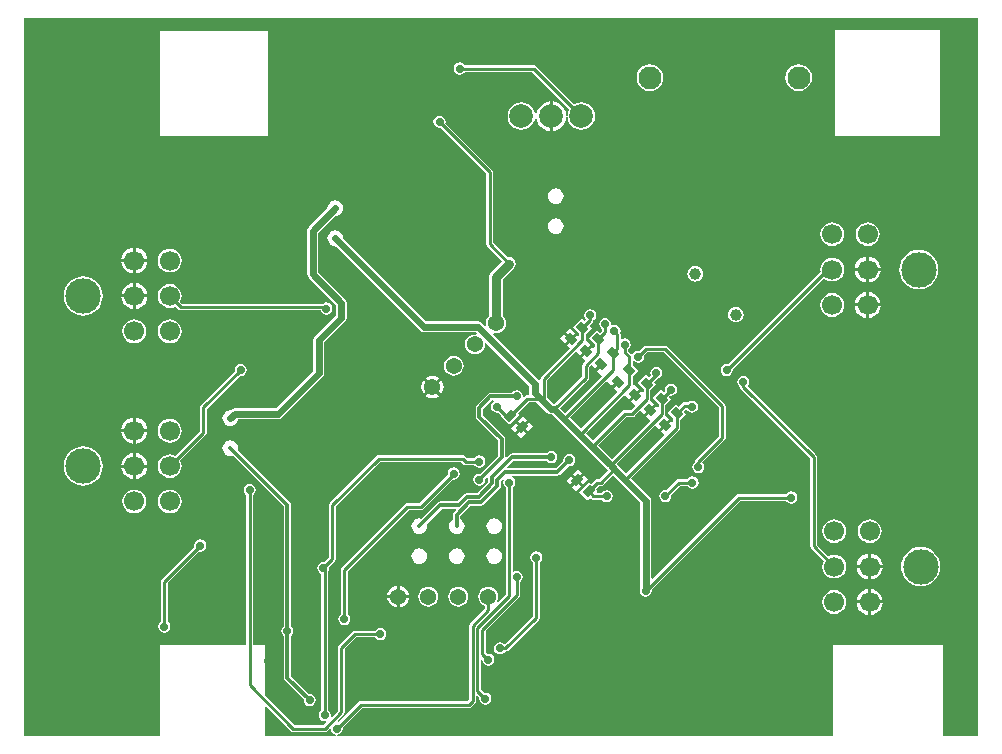
<source format=gbl>
G04 Layer_Physical_Order=2*
G04 Layer_Color=16711680*
%FSLAX44Y44*%
%MOMM*%
G71*
G01*
G75*
G04:AMPARAMS|DCode=24|XSize=0.9mm|YSize=0.7mm|CornerRadius=0mm|HoleSize=0mm|Usage=FLASHONLY|Rotation=135.000|XOffset=0mm|YOffset=0mm|HoleType=Round|Shape=Rectangle|*
%AMROTATEDRECTD24*
4,1,4,0.5657,-0.0707,0.0707,-0.5657,-0.5657,0.0707,-0.0707,0.5657,0.5657,-0.0707,0.0*
%
%ADD24ROTATEDRECTD24*%

G04:AMPARAMS|DCode=25|XSize=0.9mm|YSize=0.7mm|CornerRadius=0mm|HoleSize=0mm|Usage=FLASHONLY|Rotation=225.000|XOffset=0mm|YOffset=0mm|HoleType=Round|Shape=Rectangle|*
%AMROTATEDRECTD25*
4,1,4,0.0707,0.5657,0.5657,0.0707,-0.0707,-0.5657,-0.5657,-0.0707,0.0707,0.5657,0.0*
%
%ADD25ROTATEDRECTD25*%

%ADD29C,0.2500*%
%ADD30C,0.3000*%
%ADD31C,0.8000*%
%ADD32C,0.6000*%
%ADD36C,1.0000*%
%ADD37C,2.0000*%
%ADD38C,1.9500*%
%ADD39C,1.3716*%
%ADD40C,1.7000*%
%ADD41C,3.0000*%
%ADD42C,0.7000*%
G36*
X1003188Y676273D02*
X998946Y672030D01*
X1002398Y668578D01*
X971542Y637722D01*
X962207Y647057D01*
X992179Y677029D01*
X993961Y677015D01*
X997150Y673826D01*
X1001392Y678068D01*
X1003188Y676273D01*
D02*
G37*
G36*
X989476Y690880D02*
X985233Y686637D01*
X988612Y683258D01*
X988706Y681555D01*
X958207Y651057D01*
X953952Y655312D01*
X977360Y678720D01*
X977973Y679638D01*
X978188Y680720D01*
Y689708D01*
X980175Y691695D01*
X983437Y688433D01*
X987680Y692676D01*
X989476Y690880D01*
D02*
G37*
G36*
X1307581Y377190D02*
X1277620D01*
Y454660D01*
X1184910D01*
Y377190D01*
X764878D01*
X764753Y378460D01*
X766500Y378807D01*
X768162Y379918D01*
X769273Y381580D01*
X769662Y383540D01*
X769476Y384476D01*
X786031Y401032D01*
X876300D01*
X877382Y401247D01*
X878300Y401860D01*
X881682Y405242D01*
X881682Y405242D01*
X882295Y406160D01*
X882510Y407242D01*
X882510Y407242D01*
Y411040D01*
X883684Y411526D01*
X885334Y409876D01*
X885148Y408940D01*
X885537Y406980D01*
X886648Y405318D01*
X888310Y404207D01*
X890270Y403818D01*
X892230Y404207D01*
X893892Y405318D01*
X895003Y406980D01*
X895392Y408940D01*
X895003Y410900D01*
X893892Y412562D01*
X892230Y413672D01*
X890270Y414062D01*
X889334Y413876D01*
X886534Y416675D01*
Y441248D01*
X887804Y441373D01*
X888077Y440000D01*
X889188Y438338D01*
X890850Y437228D01*
X892810Y436838D01*
X894770Y437228D01*
X896432Y438338D01*
X897542Y440000D01*
X897932Y441960D01*
X897542Y443920D01*
X896432Y445582D01*
X894770Y446693D01*
X892810Y447082D01*
X891874Y446896D01*
X890558Y448212D01*
Y466189D01*
X918940Y494570D01*
X918940Y494570D01*
X919553Y495488D01*
X919768Y496570D01*
X919768Y496570D01*
Y507658D01*
X920562Y508188D01*
X921673Y509850D01*
X922062Y511810D01*
X921673Y513770D01*
X920562Y515432D01*
X918900Y516543D01*
X916940Y516932D01*
X914980Y516543D01*
X914538Y516248D01*
X913418Y516846D01*
Y587668D01*
X914212Y588198D01*
X915322Y589860D01*
X915712Y591820D01*
X915322Y593780D01*
X914212Y595442D01*
X912843Y596357D01*
X913164Y597627D01*
X951230D01*
X951230Y597627D01*
X952410Y597862D01*
X953410Y598530D01*
X960754Y605874D01*
X961390Y605748D01*
X963350Y606138D01*
X965012Y607248D01*
X966123Y608910D01*
X966512Y610870D01*
X966123Y612830D01*
X965012Y614492D01*
X963350Y615602D01*
X961390Y615992D01*
X959430Y615602D01*
X957768Y614492D01*
X956657Y612830D01*
X956268Y610870D01*
X956394Y610234D01*
X949953Y603793D01*
X909485D01*
X908999Y604967D01*
X914359Y610327D01*
X942168D01*
X942528Y609788D01*
X944190Y608677D01*
X946150Y608288D01*
X948110Y608677D01*
X949772Y609788D01*
X950882Y611450D01*
X951272Y613410D01*
X950882Y615370D01*
X949772Y617032D01*
X948110Y618143D01*
X946150Y618532D01*
X944190Y618143D01*
X942528Y617032D01*
X942168Y616493D01*
X913082D01*
X913082Y616493D01*
X911902Y616259D01*
X910902Y615590D01*
X910902Y615590D01*
X908553Y613241D01*
X908353Y613269D01*
X907323Y613807D01*
Y628650D01*
X907088Y629830D01*
X906420Y630830D01*
X906420Y630830D01*
X888273Y648977D01*
Y654043D01*
X895824Y661593D01*
X897041D01*
X897426Y660323D01*
X896564Y659747D01*
X895453Y658085D01*
X895063Y656125D01*
X895453Y654165D01*
X896564Y652503D01*
X898225Y651393D01*
X900186Y651003D01*
X901122Y651189D01*
X904052Y648259D01*
X903588Y647795D01*
X910693Y640690D01*
X919212Y649210D01*
X917660Y650762D01*
X927009Y660112D01*
X933565D01*
X942888Y650788D01*
X944385Y649789D01*
X946150Y649437D01*
X946779D01*
X953683Y642533D01*
X954064Y642279D01*
X954318Y641898D01*
X967018Y629198D01*
X977178Y619038D01*
X994228Y601988D01*
X986889Y594648D01*
X985259D01*
X984177Y594433D01*
X983260Y593820D01*
X980029Y590590D01*
X978477Y592142D01*
X969958Y583623D01*
X977063Y576518D01*
X979322Y578778D01*
X979849Y578251D01*
X980767Y577638D01*
X981849Y577422D01*
X988988D01*
X989518Y576628D01*
X991180Y575518D01*
X993140Y575128D01*
X995100Y575518D01*
X996762Y576628D01*
X997872Y578290D01*
X998262Y580251D01*
X997872Y582211D01*
X996762Y583873D01*
X995100Y584983D01*
X993140Y585373D01*
X991180Y584983D01*
X989518Y583873D01*
X988988Y583079D01*
X985283D01*
X984797Y584252D01*
X985582Y585037D01*
X984029Y586590D01*
X986431Y588992D01*
X988060D01*
X989142Y589207D01*
X990060Y589820D01*
X998228Y597988D01*
X1005118Y591098D01*
X1021547Y574669D01*
Y502520D01*
X1021428Y502340D01*
X1021038Y500380D01*
X1021428Y498420D01*
X1022538Y496758D01*
X1024200Y495648D01*
X1026160Y495258D01*
X1028120Y495648D01*
X1029782Y496758D01*
X1030892Y498420D01*
X1031282Y500380D01*
X1031096Y501316D01*
X1106071Y576292D01*
X1145198D01*
X1145728Y575498D01*
X1147390Y574388D01*
X1149350Y573998D01*
X1151310Y574388D01*
X1152972Y575498D01*
X1154082Y577160D01*
X1154472Y579120D01*
X1154082Y581080D01*
X1152972Y582742D01*
X1151310Y583853D01*
X1149350Y584242D01*
X1147390Y583853D01*
X1145728Y582742D01*
X1145198Y581948D01*
X1104900D01*
X1103818Y581733D01*
X1102900Y581120D01*
X1031946Y510166D01*
X1030773Y510652D01*
Y576580D01*
X1030422Y578345D01*
X1029422Y579842D01*
X1013642Y595622D01*
X1054412Y636392D01*
X1055025Y637309D01*
X1055240Y638392D01*
Y644608D01*
X1060224Y649591D01*
X1057964Y651851D01*
X1059624Y653511D01*
X1061230Y653356D01*
X1061800Y652503D01*
X1063462Y651393D01*
X1065422Y651003D01*
X1067383Y651393D01*
X1069044Y652503D01*
X1070155Y654165D01*
X1070545Y656125D01*
X1070155Y658085D01*
X1069044Y659747D01*
X1067383Y660858D01*
X1065422Y661247D01*
X1063462Y660858D01*
X1061956Y659851D01*
X1059136D01*
X1059136Y659851D01*
X1058054Y659636D01*
X1057136Y659023D01*
X1057136Y659023D01*
X1053964Y655851D01*
X1051704Y658111D01*
X1044600Y651006D01*
X1049583Y646022D01*
Y643473D01*
X1048410Y642986D01*
X1047653Y643744D01*
X1043410Y639501D01*
X1039167Y635258D01*
X1042223Y632203D01*
X1009642Y599622D01*
X1002752Y606512D01*
X1001577Y607687D01*
X1034158Y640268D01*
X1037372Y637054D01*
X1041614Y641297D01*
X1045857Y645540D01*
X1042465Y648931D01*
X1042668Y649949D01*
Y657180D01*
X1047651Y662164D01*
X1045392Y664424D01*
X1046526Y665557D01*
X1047462Y665371D01*
X1049422Y665761D01*
X1051084Y666871D01*
X1052194Y668533D01*
X1052584Y670493D01*
X1052194Y672454D01*
X1051084Y674116D01*
X1049422Y675226D01*
X1047462Y675616D01*
X1045502Y675226D01*
X1043840Y674116D01*
X1042729Y672454D01*
X1042339Y670493D01*
X1042526Y669557D01*
X1041392Y668423D01*
X1039132Y670683D01*
X1032027Y663578D01*
X1037011Y658594D01*
Y656045D01*
X1035838Y655559D01*
X1035080Y656316D01*
X1030838Y652073D01*
X1026595Y647831D01*
X1030158Y644268D01*
X997577Y611687D01*
X985702Y623562D01*
X1009551Y647412D01*
X1014730D01*
X1015812Y647627D01*
X1016730Y648240D01*
X1021458Y652968D01*
X1024799Y649627D01*
X1029042Y653869D01*
X1033284Y658112D01*
X1029815Y661581D01*
X1029913Y661727D01*
X1030128Y662810D01*
Y669819D01*
X1035112Y674803D01*
X1032852Y677062D01*
X1035448Y679658D01*
X1037010Y679969D01*
X1038672Y681079D01*
X1039782Y682741D01*
X1040172Y684702D01*
X1039782Y686662D01*
X1038672Y688324D01*
X1037010Y689434D01*
X1035050Y689824D01*
X1033090Y689434D01*
X1031428Y688324D01*
X1030318Y686662D01*
X1029928Y684702D01*
X1030318Y682741D01*
X1030403Y682613D01*
X1028852Y681062D01*
X1026593Y683322D01*
X1019488Y676217D01*
X1024471Y671233D01*
Y668684D01*
X1023298Y668198D01*
X1022541Y668955D01*
X1018298Y664712D01*
X1014056Y660470D01*
X1017508Y657018D01*
X1013559Y653068D01*
X1008380D01*
X1007298Y652853D01*
X1006380Y652240D01*
X981702Y627562D01*
X975542Y633722D01*
X1007289Y665469D01*
X1009071Y665455D01*
X1012260Y662266D01*
X1016502Y666508D01*
X1020745Y670751D01*
X1016693Y674803D01*
X1016288Y674398D01*
X1015018Y674924D01*
Y681379D01*
X1020002Y686363D01*
X1015018Y691347D01*
Y694342D01*
X1015788Y694695D01*
X1016288Y694811D01*
X1017850Y693767D01*
X1019810Y693378D01*
X1021770Y693767D01*
X1023432Y694878D01*
X1024542Y696540D01*
X1024932Y698500D01*
X1024746Y699436D01*
X1027331Y702022D01*
X1041498D01*
X1088102Y655418D01*
Y631091D01*
X1068610Y611600D01*
X1067997Y610682D01*
X1067782Y609600D01*
Y609034D01*
X1066988Y608503D01*
X1065878Y606841D01*
X1065488Y604881D01*
X1065878Y602921D01*
X1066988Y601259D01*
X1068650Y600149D01*
X1070610Y599759D01*
X1072570Y600149D01*
X1074232Y601259D01*
X1075342Y602921D01*
X1075732Y604881D01*
X1075342Y606841D01*
X1074232Y608503D01*
X1074168Y609158D01*
X1092930Y627920D01*
X1093543Y628838D01*
X1093758Y629920D01*
Y656590D01*
X1093758Y656590D01*
X1093543Y657672D01*
X1092930Y658590D01*
X1044670Y706850D01*
X1043752Y707463D01*
X1042670Y707678D01*
X1026160D01*
X1025078Y707463D01*
X1024160Y706850D01*
X1024160Y706850D01*
X1020746Y703436D01*
X1019810Y703622D01*
X1017850Y703232D01*
X1016188Y702122D01*
X1015411Y700959D01*
X1015019Y700812D01*
X1014038Y700757D01*
X1013892Y700798D01*
X1011350Y703339D01*
X1011434Y704658D01*
X1012002Y705038D01*
X1013112Y706700D01*
X1013502Y708660D01*
X1013112Y710620D01*
X1012002Y712282D01*
X1010340Y713392D01*
X1008380Y713782D01*
X1006420Y713392D01*
X1005978Y713098D01*
X1004858Y713696D01*
Y717721D01*
X1004643Y718804D01*
X1004554Y718936D01*
X1004784Y720090D01*
X1004394Y722050D01*
X1003283Y723712D01*
X1001622Y724822D01*
X999661Y725212D01*
X997943Y724871D01*
X997194Y725368D01*
X996826Y725765D01*
X996907Y726171D01*
X996517Y728131D01*
X995406Y729793D01*
X993745Y730904D01*
X991784Y731293D01*
X989824Y730904D01*
X988162Y729793D01*
X987052Y728131D01*
X986662Y726171D01*
X987052Y724211D01*
X988162Y722549D01*
X988956Y722019D01*
Y720286D01*
X987330Y718660D01*
X985070Y720920D01*
X977965Y713815D01*
X982949Y708831D01*
Y706281D01*
X981776Y705795D01*
X981018Y706553D01*
X976776Y702310D01*
X972533Y698067D01*
X975540Y695060D01*
X973360Y692880D01*
X972747Y691962D01*
X972532Y690880D01*
Y681891D01*
X949201Y658561D01*
X948690Y658663D01*
X948061D01*
X942628Y664095D01*
Y678279D01*
X967475Y703125D01*
X970737Y699863D01*
X974980Y704106D01*
X979222Y708349D01*
X975316Y712255D01*
Y717348D01*
X980300Y722331D01*
X978040Y724591D01*
X981212Y727763D01*
X981212Y727763D01*
X981825Y728681D01*
X981912Y729117D01*
X982834Y729733D01*
X983944Y731395D01*
X984334Y733355D01*
X983944Y735316D01*
X982834Y736977D01*
X981172Y738088D01*
X979212Y738478D01*
X977252Y738088D01*
X975590Y736977D01*
X974479Y735316D01*
X974090Y733355D01*
X974479Y731395D01*
X975426Y729978D01*
X974040Y728591D01*
X971780Y730851D01*
X964675Y723746D01*
X969659Y718762D01*
Y716213D01*
X968486Y715727D01*
X967729Y716484D01*
X963486Y712241D01*
X959243Y707999D01*
X961796Y705446D01*
X937800Y681450D01*
X937187Y680532D01*
X936972Y679450D01*
Y678898D01*
X935702Y678512D01*
X935442Y678902D01*
X897032Y717311D01*
X897648Y718491D01*
X899431Y718256D01*
X901619Y718544D01*
X903658Y719389D01*
X905409Y720733D01*
X906752Y722484D01*
X907597Y724523D01*
X907885Y726711D01*
X907597Y728899D01*
X906752Y730938D01*
X905409Y732689D01*
X905063Y732954D01*
Y763748D01*
X914573Y773257D01*
X915794Y775085D01*
X916222Y777240D01*
X915794Y779395D01*
X914573Y781223D01*
X912745Y782443D01*
X910590Y782872D01*
X909229Y782601D01*
X896908Y794921D01*
Y854710D01*
X896908Y854710D01*
X896693Y855792D01*
X896080Y856710D01*
X856471Y896319D01*
X856657Y897255D01*
X856267Y899215D01*
X855157Y900877D01*
X853495Y901988D01*
X851535Y902377D01*
X849575Y901988D01*
X847913Y900877D01*
X846803Y899215D01*
X846413Y897255D01*
X846803Y895295D01*
X847913Y893633D01*
X849575Y892523D01*
X851535Y892133D01*
X852471Y892319D01*
X891252Y853539D01*
Y793750D01*
X891467Y792668D01*
X892080Y791750D01*
X904607Y779223D01*
X895448Y770063D01*
X894227Y768236D01*
X893799Y766081D01*
X893799Y766081D01*
Y732954D01*
X893453Y732689D01*
X892109Y730938D01*
X891264Y728899D01*
X890976Y726711D01*
X891211Y724928D01*
X890031Y724312D01*
X887182Y727162D01*
X885685Y728161D01*
X883920Y728513D01*
X840111D01*
X769844Y798780D01*
X769850Y798830D01*
X769626Y800533D01*
X768969Y802120D01*
X767923Y803483D01*
X766560Y804529D01*
X764973Y805186D01*
X763270Y805410D01*
X761567Y805186D01*
X759980Y804529D01*
X758617Y803483D01*
X757571Y802120D01*
X756914Y800533D01*
X756690Y798830D01*
X756914Y797127D01*
X757571Y795540D01*
X758617Y794177D01*
X759980Y793131D01*
X761567Y792474D01*
X763270Y792250D01*
X763320Y792256D01*
X834938Y720638D01*
X836435Y719639D01*
X838200Y719287D01*
X882009D01*
X883015Y718282D01*
X882421Y717079D01*
X881470Y717205D01*
X879282Y716917D01*
X877243Y716072D01*
X875492Y714728D01*
X874149Y712977D01*
X873304Y710938D01*
X873016Y708750D01*
X873304Y706562D01*
X874149Y704523D01*
X875492Y702772D01*
X877243Y701429D01*
X879282Y700584D01*
X881470Y700296D01*
X883658Y700584D01*
X885697Y701429D01*
X887448Y702772D01*
X888792Y704523D01*
X889637Y706562D01*
X889925Y708750D01*
X889799Y709701D01*
X891002Y710294D01*
X927567Y673729D01*
Y668020D01*
X927763Y667038D01*
X926832Y665768D01*
X925838D01*
X925838Y665768D01*
X924755Y665553D01*
X923838Y664940D01*
X923180Y664282D01*
X922015Y664913D01*
X921673Y666637D01*
X920562Y668299D01*
X918900Y669409D01*
X916940Y669799D01*
X914980Y669409D01*
X913318Y668299D01*
X912958Y667760D01*
X894547D01*
X894547Y667760D01*
X893367Y667525D01*
X892366Y666857D01*
X892366Y666857D01*
X883010Y657500D01*
X882342Y656500D01*
X882107Y655320D01*
X882107Y655320D01*
Y647700D01*
X882107Y647700D01*
X882342Y646520D01*
X883010Y645520D01*
X901157Y627373D01*
Y614687D01*
X885826Y599356D01*
X885190Y599482D01*
X883230Y599092D01*
X881568Y597982D01*
X880458Y596320D01*
X880068Y594360D01*
X880458Y592400D01*
X881568Y590738D01*
X883230Y589627D01*
X885190Y589238D01*
X887150Y589627D01*
X888812Y590738D01*
X889922Y592400D01*
X890312Y594360D01*
X890186Y594996D01*
X891593Y596403D01*
X891794Y596375D01*
X892823Y595836D01*
Y592431D01*
X883309Y582917D01*
X874977D01*
X874977Y582917D01*
X873797Y582682D01*
X872796Y582014D01*
X866635Y575853D01*
X852170D01*
X850990Y575619D01*
X849990Y574950D01*
X849990Y574950D01*
X836300Y561260D01*
X836093Y561346D01*
X834390Y561570D01*
X832687Y561346D01*
X831100Y560689D01*
X829737Y559643D01*
X828691Y558280D01*
X828034Y556693D01*
X827810Y554990D01*
X828034Y553287D01*
X828691Y551700D01*
X829737Y550337D01*
X831100Y549291D01*
X832687Y548634D01*
X834390Y548410D01*
X836093Y548634D01*
X837680Y549291D01*
X839043Y550337D01*
X840089Y551700D01*
X840746Y553287D01*
X840970Y554990D01*
X840746Y556693D01*
X840660Y556900D01*
X853447Y569687D01*
X865207D01*
X865693Y568513D01*
X863960Y566780D01*
X863291Y565779D01*
X863057Y564600D01*
X863057Y564599D01*
Y560774D01*
X862850Y560689D01*
X861487Y559643D01*
X860441Y558280D01*
X859784Y556693D01*
X859560Y554990D01*
X859784Y553287D01*
X860441Y551700D01*
X861487Y550337D01*
X862850Y549291D01*
X864437Y548634D01*
X866140Y548410D01*
X867843Y548634D01*
X869430Y549291D01*
X870793Y550337D01*
X871839Y551700D01*
X872496Y553287D01*
X872720Y554990D01*
X872496Y556693D01*
X871839Y558280D01*
X870793Y559643D01*
X869430Y560689D01*
X869223Y560774D01*
Y563322D01*
X878128Y572227D01*
X886460D01*
X886460Y572227D01*
X887640Y572462D01*
X888640Y573130D01*
X902610Y587100D01*
X902610Y587100D01*
X903279Y588100D01*
X903513Y589280D01*
Y593083D01*
X904773Y594343D01*
X905391Y594022D01*
X905820Y593594D01*
X905468Y591820D01*
X905857Y589860D01*
X906968Y588198D01*
X907762Y587668D01*
Y497082D01*
X901332Y490653D01*
X900256Y491372D01*
X900976Y493112D01*
X901264Y495300D01*
X900976Y497488D01*
X900132Y499527D01*
X898788Y501278D01*
X897037Y502622D01*
X894998Y503466D01*
X892810Y503754D01*
X890622Y503466D01*
X888583Y502622D01*
X886832Y501278D01*
X885488Y499527D01*
X884644Y497488D01*
X884356Y495300D01*
X884644Y493112D01*
X885488Y491073D01*
X886832Y489322D01*
X888583Y487978D01*
X889982Y487399D01*
Y484993D01*
X877682Y472693D01*
X877069Y471776D01*
X876854Y470694D01*
Y408414D01*
X875128Y406688D01*
X784860D01*
X783778Y406473D01*
X782860Y405860D01*
X766271Y389271D01*
X765978Y389342D01*
X765585Y390745D01*
X770350Y395510D01*
X770350Y395510D01*
X770963Y396428D01*
X771178Y397510D01*
Y450948D01*
X780952Y460722D01*
X797217D01*
X797748Y459928D01*
X799410Y458817D01*
X801370Y458428D01*
X803330Y458817D01*
X804992Y459928D01*
X806103Y461590D01*
X806492Y463550D01*
X806103Y465510D01*
X804992Y467172D01*
X803330Y468283D01*
X801370Y468672D01*
X799410Y468283D01*
X797748Y467172D01*
X797217Y466378D01*
X779780D01*
X778698Y466163D01*
X777780Y465550D01*
X766350Y454120D01*
X765737Y453202D01*
X765522Y452120D01*
Y398681D01*
X760546Y393706D01*
X759375Y394331D01*
X759502Y394970D01*
X759112Y396930D01*
X758002Y398592D01*
X757208Y399123D01*
Y516521D01*
X757842Y517470D01*
X758232Y519430D01*
X758046Y520366D01*
X762730Y525050D01*
X763343Y525968D01*
X763558Y527050D01*
Y571599D01*
X801272Y609312D01*
X870049D01*
X871760Y607600D01*
X872678Y606987D01*
X873760Y606772D01*
X881038D01*
X881568Y605978D01*
X883230Y604868D01*
X885190Y604478D01*
X887150Y604868D01*
X888812Y605978D01*
X889922Y607640D01*
X890312Y609600D01*
X889922Y611560D01*
X888812Y613222D01*
X887150Y614333D01*
X885190Y614722D01*
X883230Y614333D01*
X881568Y613222D01*
X881038Y612428D01*
X874931D01*
X873220Y614140D01*
X872302Y614753D01*
X871220Y614968D01*
X800100D01*
X799018Y614753D01*
X798100Y614140D01*
X758730Y574770D01*
X758117Y573852D01*
X757902Y572770D01*
Y528222D01*
X754046Y524366D01*
X753110Y524552D01*
X751150Y524162D01*
X749488Y523052D01*
X748378Y521390D01*
X747988Y519430D01*
X748378Y517470D01*
X749488Y515808D01*
X751150Y514697D01*
X751552Y514618D01*
Y399123D01*
X750758Y398592D01*
X749648Y396930D01*
X749258Y394970D01*
X749648Y393010D01*
X750758Y391348D01*
X752420Y390238D01*
X754380Y389848D01*
X755019Y389975D01*
X755644Y388804D01*
X753208Y386368D01*
X728882D01*
X703580Y411670D01*
Y454660D01*
X693708D01*
Y581317D01*
X694502Y581848D01*
X695612Y583510D01*
X696002Y585470D01*
X695612Y587430D01*
X694502Y589092D01*
X692840Y590202D01*
X690880Y590592D01*
X688920Y590202D01*
X687258Y589092D01*
X686148Y587430D01*
X685758Y585470D01*
X686148Y583510D01*
X687258Y581848D01*
X688052Y581317D01*
Y454660D01*
X614680D01*
X614680Y377190D01*
X499629D01*
Y985001D01*
X1307581D01*
Y377190D01*
D02*
G37*
G36*
X725710Y381540D02*
X726628Y380927D01*
X727710Y380712D01*
X727710Y380712D01*
X754380D01*
X755462Y380927D01*
X756380Y381540D01*
X758182Y383342D01*
X759543Y382907D01*
X759808Y381580D01*
X760918Y379918D01*
X762580Y378807D01*
X764327Y378460D01*
X764202Y377190D01*
X703580D01*
Y402011D01*
X704753Y402497D01*
X725710Y381540D01*
D02*
G37*
%LPC*%
G36*
X1215690Y560811D02*
X1213073Y560466D01*
X1210635Y559456D01*
X1208541Y557849D01*
X1206934Y555755D01*
X1205924Y553317D01*
X1205580Y550700D01*
X1205924Y548083D01*
X1206934Y545645D01*
X1208541Y543551D01*
X1210635Y541944D01*
X1213073Y540934D01*
X1215690Y540589D01*
X1218307Y540934D01*
X1220745Y541944D01*
X1222839Y543551D01*
X1224446Y545645D01*
X1225456Y548083D01*
X1225800Y550700D01*
X1225456Y553317D01*
X1224446Y555755D01*
X1222839Y557849D01*
X1220745Y559456D01*
X1218307Y560466D01*
X1215690Y560811D01*
D02*
G37*
G36*
X962730Y597574D02*
X958678Y593523D01*
X962022Y590178D01*
X966074Y594230D01*
X962730Y597574D01*
D02*
G37*
G36*
X973718Y598282D02*
X969666Y594230D01*
X973011Y590885D01*
X977063Y594937D01*
X973718Y598282D01*
D02*
G37*
G36*
X863600Y604562D02*
X861640Y604173D01*
X859978Y603062D01*
X858867Y601400D01*
X858478Y599440D01*
X858664Y598504D01*
X834489Y574328D01*
X824230D01*
X823148Y574113D01*
X822230Y573500D01*
X822230Y573500D01*
X768890Y520160D01*
X768277Y519242D01*
X768062Y518160D01*
Y480402D01*
X767268Y479872D01*
X766158Y478210D01*
X765768Y476250D01*
X766158Y474290D01*
X767268Y472628D01*
X768930Y471517D01*
X770890Y471128D01*
X772850Y471517D01*
X774512Y472628D01*
X775622Y474290D01*
X776012Y476250D01*
X775622Y478210D01*
X774512Y479872D01*
X773718Y480402D01*
Y516988D01*
X825402Y568672D01*
X835660D01*
X836742Y568887D01*
X837660Y569500D01*
X862664Y594504D01*
X863600Y594318D01*
X865560Y594707D01*
X867222Y595818D01*
X868333Y597480D01*
X868722Y599440D01*
X868333Y601400D01*
X867222Y603062D01*
X865560Y604173D01*
X863600Y604562D01*
D02*
G37*
G36*
X549910Y622394D02*
X546671Y622075D01*
X543556Y621130D01*
X540685Y619596D01*
X538169Y617531D01*
X536104Y615015D01*
X534570Y612144D01*
X533625Y609029D01*
X533306Y605790D01*
X533625Y602551D01*
X534570Y599436D01*
X536104Y596565D01*
X538169Y594049D01*
X540685Y591984D01*
X543556Y590450D01*
X546671Y589505D01*
X549910Y589186D01*
X553149Y589505D01*
X556264Y590450D01*
X559135Y591984D01*
X561651Y594049D01*
X563716Y596565D01*
X565250Y599436D01*
X566195Y602551D01*
X566514Y605790D01*
X566195Y609029D01*
X565250Y612144D01*
X563716Y615015D01*
X561651Y617531D01*
X559135Y619596D01*
X556264Y621130D01*
X553149Y622075D01*
X549910Y622394D01*
D02*
G37*
G36*
X623110Y585900D02*
X620493Y585556D01*
X618055Y584546D01*
X615961Y582939D01*
X614354Y580845D01*
X613344Y578407D01*
X612999Y575790D01*
X613344Y573173D01*
X614354Y570735D01*
X615961Y568641D01*
X618055Y567034D01*
X620493Y566024D01*
X623110Y565680D01*
X625727Y566024D01*
X628165Y567034D01*
X630259Y568641D01*
X631866Y570735D01*
X632876Y573173D01*
X633220Y575790D01*
X632876Y578407D01*
X631866Y580845D01*
X630259Y582939D01*
X628165Y584546D01*
X625727Y585556D01*
X623110Y585900D01*
D02*
G37*
G36*
X593110D02*
X590493Y585556D01*
X588055Y584546D01*
X585961Y582939D01*
X584354Y580845D01*
X583344Y578407D01*
X582999Y575790D01*
X583344Y573173D01*
X584354Y570735D01*
X585961Y568641D01*
X588055Y567034D01*
X590493Y566024D01*
X593110Y565680D01*
X595727Y566024D01*
X598165Y567034D01*
X600259Y568641D01*
X601866Y570735D01*
X602876Y573173D01*
X603220Y575790D01*
X602876Y578407D01*
X601866Y580845D01*
X600259Y582939D01*
X598165Y584546D01*
X595727Y585556D01*
X593110Y585900D01*
D02*
G37*
G36*
X967870Y592434D02*
X963819Y588382D01*
X967163Y585037D01*
X971215Y589089D01*
X967870Y592434D01*
D02*
G37*
G36*
X1065711Y596942D02*
X1063750Y596553D01*
X1062088Y595442D01*
X1061558Y594648D01*
X1054100D01*
X1053018Y594433D01*
X1052100Y593820D01*
X1043606Y585326D01*
X1042670Y585512D01*
X1040710Y585122D01*
X1039048Y584012D01*
X1037937Y582350D01*
X1037548Y580390D01*
X1037937Y578430D01*
X1039048Y576768D01*
X1040710Y575658D01*
X1042670Y575268D01*
X1044630Y575658D01*
X1046292Y576768D01*
X1047402Y578430D01*
X1047792Y580390D01*
X1047606Y581326D01*
X1055272Y588992D01*
X1061558D01*
X1062088Y588198D01*
X1063750Y587088D01*
X1065711Y586698D01*
X1067671Y587088D01*
X1069333Y588198D01*
X1070443Y589860D01*
X1070833Y591820D01*
X1070443Y593780D01*
X1069333Y595442D01*
X1067671Y596553D01*
X1065711Y596942D01*
D02*
G37*
G36*
X897890Y561570D02*
X896187Y561346D01*
X894600Y560689D01*
X893237Y559643D01*
X892191Y558280D01*
X891534Y556693D01*
X891310Y554990D01*
X891534Y553287D01*
X892191Y551700D01*
X893237Y550337D01*
X894600Y549291D01*
X896187Y548634D01*
X897890Y548410D01*
X899593Y548634D01*
X901180Y549291D01*
X902543Y550337D01*
X903589Y551700D01*
X904246Y553287D01*
X904470Y554990D01*
X904246Y556693D01*
X903589Y558280D01*
X902543Y559643D01*
X901180Y560689D01*
X899593Y561346D01*
X897890Y561570D01*
D02*
G37*
G36*
X591840Y604520D02*
X582182D01*
X582393Y602918D01*
X583502Y600243D01*
X585265Y597945D01*
X587562Y596181D01*
X590238Y595073D01*
X591840Y594862D01*
Y604520D01*
D02*
G37*
G36*
X623110Y645900D02*
X620493Y645556D01*
X618055Y644546D01*
X615961Y642939D01*
X614354Y640845D01*
X613344Y638407D01*
X612999Y635790D01*
X613344Y633173D01*
X614354Y630735D01*
X615961Y628641D01*
X618055Y627034D01*
X620493Y626024D01*
X623110Y625680D01*
X625727Y626024D01*
X628165Y627034D01*
X630259Y628641D01*
X631866Y630735D01*
X632876Y633173D01*
X633220Y635790D01*
X632876Y638407D01*
X631866Y640845D01*
X630259Y642939D01*
X628165Y644546D01*
X625727Y645556D01*
X623110Y645900D01*
D02*
G37*
G36*
X604038Y634520D02*
X594380D01*
Y624862D01*
X595982Y625073D01*
X598657Y626181D01*
X600955Y627945D01*
X602719Y630243D01*
X603827Y632918D01*
X604038Y634520D01*
D02*
G37*
G36*
X921300Y636807D02*
X917248Y632755D01*
X920593Y629411D01*
X924644Y633462D01*
X921300Y636807D01*
D02*
G37*
G36*
X927148Y642655D02*
X923096Y638603D01*
X926441Y635258D01*
X930492Y639310D01*
X927148Y642655D01*
D02*
G37*
G36*
X916159Y641948D02*
X912107Y637896D01*
X915452Y634551D01*
X919504Y638603D01*
X916159Y641948D01*
D02*
G37*
G36*
X968577Y603422D02*
X964526Y599370D01*
X967870Y596026D01*
X971922Y600078D01*
X968577Y603422D01*
D02*
G37*
G36*
X604038Y604520D02*
X594380D01*
Y594862D01*
X595982Y595073D01*
X598657Y596181D01*
X600955Y597945D01*
X602719Y600243D01*
X603827Y602918D01*
X604038Y604520D01*
D02*
G37*
G36*
X591840Y616718D02*
X590238Y616507D01*
X587562Y615398D01*
X585265Y613635D01*
X583502Y611337D01*
X582393Y608662D01*
X582182Y607060D01*
X591840D01*
Y616718D01*
D02*
G37*
G36*
Y634520D02*
X582182D01*
X582393Y632918D01*
X583502Y630243D01*
X585265Y627945D01*
X587562Y626181D01*
X590238Y625073D01*
X591840Y624862D01*
Y634520D01*
D02*
G37*
G36*
X594380Y616718D02*
Y607060D01*
X604038D01*
X603827Y608662D01*
X602719Y611337D01*
X600955Y613635D01*
X598657Y615398D01*
X595982Y616507D01*
X594380Y616718D01*
D02*
G37*
G36*
X867410Y503754D02*
X865222Y503466D01*
X863183Y502622D01*
X861432Y501278D01*
X860088Y499527D01*
X859244Y497488D01*
X858956Y495300D01*
X859244Y493112D01*
X860088Y491073D01*
X861432Y489322D01*
X863183Y487978D01*
X865222Y487134D01*
X867410Y486846D01*
X869598Y487134D01*
X871637Y487978D01*
X873388Y489322D01*
X874732Y491073D01*
X875576Y493112D01*
X875864Y495300D01*
X875576Y497488D01*
X874732Y499527D01*
X873388Y501278D01*
X871637Y502622D01*
X869598Y503466D01*
X867410Y503754D01*
D02*
G37*
G36*
X842010D02*
X839822Y503466D01*
X837783Y502622D01*
X836032Y501278D01*
X834688Y499527D01*
X833844Y497488D01*
X833556Y495300D01*
X833844Y493112D01*
X834688Y491073D01*
X836032Y489322D01*
X837783Y487978D01*
X839822Y487134D01*
X842010Y486846D01*
X844198Y487134D01*
X846237Y487978D01*
X847988Y489322D01*
X849332Y491073D01*
X850176Y493112D01*
X850464Y495300D01*
X850176Y497488D01*
X849332Y499527D01*
X847988Y501278D01*
X846237Y502622D01*
X844198Y503466D01*
X842010Y503754D01*
D02*
G37*
G36*
X825882Y494030D02*
X817880D01*
Y486029D01*
X819053Y486183D01*
X821329Y487126D01*
X823284Y488626D01*
X824784Y490581D01*
X825727Y492857D01*
X825882Y494030D01*
D02*
G37*
G36*
X815340Y504571D02*
X814167Y504417D01*
X811891Y503474D01*
X809936Y501974D01*
X808436Y500019D01*
X807493Y497743D01*
X807338Y496570D01*
X815340D01*
Y504571D01*
D02*
G37*
G36*
X1216960Y501628D02*
Y491970D01*
X1226618D01*
X1226407Y493572D01*
X1225298Y496247D01*
X1223535Y498545D01*
X1221237Y500308D01*
X1218562Y501417D01*
X1216960Y501628D01*
D02*
G37*
G36*
X1214420D02*
X1212819Y501417D01*
X1210143Y500308D01*
X1207845Y498545D01*
X1206082Y496247D01*
X1204973Y493572D01*
X1204762Y491970D01*
X1214420D01*
Y501628D01*
D02*
G37*
G36*
Y489430D02*
X1204762D01*
X1204973Y487828D01*
X1206082Y485153D01*
X1207845Y482855D01*
X1210143Y481091D01*
X1212819Y479983D01*
X1214420Y479772D01*
Y489430D01*
D02*
G37*
G36*
X933450Y533442D02*
X931490Y533052D01*
X929828Y531942D01*
X928717Y530280D01*
X928328Y528320D01*
X928717Y526360D01*
X929828Y524698D01*
X930622Y524168D01*
Y478691D01*
X906916Y454986D01*
X906245Y455052D01*
X904583Y456162D01*
X902623Y456552D01*
X900662Y456162D01*
X899000Y455052D01*
X897890Y453390D01*
X897500Y451430D01*
X897890Y449469D01*
X899000Y447808D01*
X900662Y446697D01*
X902623Y446307D01*
X904583Y446697D01*
X906245Y447808D01*
X906775Y448601D01*
X907360D01*
X908442Y448817D01*
X909360Y449430D01*
X935450Y475520D01*
X936063Y476438D01*
X936278Y477520D01*
Y524168D01*
X937072Y524698D01*
X938183Y526360D01*
X938572Y528320D01*
X938183Y530280D01*
X937072Y531942D01*
X935410Y533052D01*
X933450Y533442D01*
D02*
G37*
G36*
X674370Y627610D02*
X672667Y627386D01*
X671080Y626729D01*
X669717Y625683D01*
X668671Y624320D01*
X668014Y622733D01*
X667790Y621030D01*
X668014Y619327D01*
X668671Y617740D01*
X669717Y616377D01*
X671080Y615331D01*
X672667Y614674D01*
X674370Y614450D01*
X676073Y614674D01*
X676280Y614760D01*
X719547Y571493D01*
Y470072D01*
X719008Y469712D01*
X717897Y468050D01*
X717508Y466090D01*
X717897Y464130D01*
X719008Y462468D01*
X719547Y462108D01*
Y426720D01*
X719547Y426720D01*
X719781Y425540D01*
X720450Y424540D01*
X736684Y408306D01*
X736558Y407670D01*
X736947Y405710D01*
X738058Y404048D01*
X739720Y402938D01*
X741680Y402548D01*
X743640Y402938D01*
X745302Y404048D01*
X746413Y405710D01*
X746802Y407670D01*
X746413Y409630D01*
X745302Y411292D01*
X743640Y412402D01*
X741680Y412792D01*
X741044Y412666D01*
X725713Y427997D01*
Y462108D01*
X726252Y462468D01*
X727363Y464130D01*
X727752Y466090D01*
X727363Y468050D01*
X726252Y469712D01*
X725713Y470072D01*
Y572770D01*
X725713Y572770D01*
X725479Y573950D01*
X724810Y574950D01*
X724810Y574950D01*
X680640Y619120D01*
X680726Y619327D01*
X680950Y621030D01*
X680726Y622733D01*
X680069Y624320D01*
X679023Y625683D01*
X677660Y626729D01*
X676073Y627386D01*
X674370Y627610D01*
D02*
G37*
G36*
X815340Y494030D02*
X807338D01*
X807493Y492857D01*
X808436Y490581D01*
X809936Y488626D01*
X811891Y487126D01*
X814167Y486183D01*
X815340Y486029D01*
Y494030D01*
D02*
G37*
G36*
X1185690Y500811D02*
X1183073Y500466D01*
X1180635Y499456D01*
X1178541Y497849D01*
X1176934Y495755D01*
X1175924Y493317D01*
X1175580Y490700D01*
X1175924Y488083D01*
X1176934Y485645D01*
X1178541Y483551D01*
X1180635Y481944D01*
X1183073Y480934D01*
X1185690Y480589D01*
X1188307Y480934D01*
X1190745Y481944D01*
X1192839Y483551D01*
X1194446Y485645D01*
X1195456Y488083D01*
X1195800Y490700D01*
X1195456Y493317D01*
X1194446Y495755D01*
X1192839Y497849D01*
X1190745Y499456D01*
X1188307Y500466D01*
X1185690Y500811D01*
D02*
G37*
G36*
X1226618Y489430D02*
X1216960D01*
Y479772D01*
X1218562Y479983D01*
X1221237Y481091D01*
X1223535Y482855D01*
X1225298Y485153D01*
X1226407Y487828D01*
X1226618Y489430D01*
D02*
G37*
G36*
X866140Y536170D02*
X864437Y535946D01*
X862850Y535289D01*
X861487Y534243D01*
X860441Y532880D01*
X859784Y531293D01*
X859560Y529590D01*
X859784Y527887D01*
X860441Y526300D01*
X861487Y524937D01*
X862850Y523891D01*
X864437Y523234D01*
X866140Y523010D01*
X867843Y523234D01*
X869430Y523891D01*
X870793Y524937D01*
X871839Y526300D01*
X872496Y527887D01*
X872720Y529590D01*
X872496Y531293D01*
X871839Y532880D01*
X870793Y534243D01*
X869430Y535289D01*
X867843Y535946D01*
X866140Y536170D01*
D02*
G37*
G36*
X834390D02*
X832687Y535946D01*
X831100Y535289D01*
X829737Y534243D01*
X828691Y532880D01*
X828034Y531293D01*
X827810Y529590D01*
X828034Y527887D01*
X828691Y526300D01*
X829737Y524937D01*
X831100Y523891D01*
X832687Y523234D01*
X834390Y523010D01*
X836093Y523234D01*
X837680Y523891D01*
X839043Y524937D01*
X840089Y526300D01*
X840746Y527887D01*
X840970Y529590D01*
X840746Y531293D01*
X840089Y532880D01*
X839043Y534243D01*
X837680Y535289D01*
X836093Y535946D01*
X834390Y536170D01*
D02*
G37*
G36*
X1216960Y531628D02*
Y521970D01*
X1226618D01*
X1226407Y523572D01*
X1225298Y526247D01*
X1223535Y528545D01*
X1221237Y530308D01*
X1218562Y531417D01*
X1216960Y531628D01*
D02*
G37*
G36*
X1185690Y560811D02*
X1183073Y560466D01*
X1180635Y559456D01*
X1178541Y557849D01*
X1176934Y555755D01*
X1175924Y553317D01*
X1175580Y550700D01*
X1175924Y548083D01*
X1176934Y545645D01*
X1178541Y543551D01*
X1180635Y541944D01*
X1183073Y540934D01*
X1185690Y540589D01*
X1188307Y540934D01*
X1190745Y541944D01*
X1192839Y543551D01*
X1194446Y545645D01*
X1195456Y548083D01*
X1195800Y550700D01*
X1195456Y553317D01*
X1194446Y555755D01*
X1192839Y557849D01*
X1190745Y559456D01*
X1188307Y560466D01*
X1185690Y560811D01*
D02*
G37*
G36*
X648970Y543602D02*
X647010Y543213D01*
X645348Y542102D01*
X644238Y540440D01*
X643848Y538480D01*
X644034Y537544D01*
X616490Y510000D01*
X615877Y509082D01*
X615662Y508000D01*
Y474053D01*
X614868Y473522D01*
X613758Y471860D01*
X613368Y469900D01*
X613758Y467940D01*
X614868Y466278D01*
X616530Y465168D01*
X618490Y464778D01*
X620450Y465168D01*
X622112Y466278D01*
X623223Y467940D01*
X623612Y469900D01*
X623223Y471860D01*
X622112Y473522D01*
X621318Y474053D01*
Y506828D01*
X648034Y533544D01*
X648970Y533358D01*
X650930Y533747D01*
X652592Y534858D01*
X653702Y536520D01*
X654092Y538480D01*
X653702Y540440D01*
X652592Y542102D01*
X650930Y543213D01*
X648970Y543602D01*
D02*
G37*
G36*
X897890Y536170D02*
X896187Y535946D01*
X894600Y535289D01*
X893237Y534243D01*
X892191Y532880D01*
X891534Y531293D01*
X891310Y529590D01*
X891534Y527887D01*
X892191Y526300D01*
X893237Y524937D01*
X894600Y523891D01*
X896187Y523234D01*
X897890Y523010D01*
X899593Y523234D01*
X901180Y523891D01*
X902543Y524937D01*
X903589Y526300D01*
X904246Y527887D01*
X904470Y529590D01*
X904246Y531293D01*
X903589Y532880D01*
X902543Y534243D01*
X901180Y535289D01*
X899593Y535946D01*
X897890Y536170D01*
D02*
G37*
G36*
X1214420Y519430D02*
X1204762D01*
X1204973Y517828D01*
X1206082Y515153D01*
X1207845Y512855D01*
X1210143Y511091D01*
X1212819Y509983D01*
X1214420Y509772D01*
Y519430D01*
D02*
G37*
G36*
X1258890Y537304D02*
X1255651Y536985D01*
X1252536Y536040D01*
X1249665Y534506D01*
X1247149Y532441D01*
X1245084Y529925D01*
X1243550Y527054D01*
X1242605Y523939D01*
X1242286Y520700D01*
X1242605Y517461D01*
X1243550Y514346D01*
X1245084Y511475D01*
X1247149Y508959D01*
X1249665Y506894D01*
X1252536Y505360D01*
X1255651Y504415D01*
X1258890Y504096D01*
X1262129Y504415D01*
X1265244Y505360D01*
X1268115Y506894D01*
X1270631Y508959D01*
X1272696Y511475D01*
X1274230Y514346D01*
X1275175Y517461D01*
X1275494Y520700D01*
X1275175Y523939D01*
X1274230Y527054D01*
X1272696Y529925D01*
X1270631Y532441D01*
X1268115Y534506D01*
X1265244Y536040D01*
X1262129Y536985D01*
X1258890Y537304D01*
D02*
G37*
G36*
X817880Y504571D02*
Y496570D01*
X825882D01*
X825727Y497743D01*
X824784Y500019D01*
X823284Y501974D01*
X821329Y503474D01*
X819053Y504417D01*
X817880Y504571D01*
D02*
G37*
G36*
X1214420Y531628D02*
X1212819Y531417D01*
X1210143Y530308D01*
X1207845Y528545D01*
X1206082Y526247D01*
X1204973Y523572D01*
X1204762Y521970D01*
X1214420D01*
Y531628D01*
D02*
G37*
G36*
X1108710Y682032D02*
X1106750Y681643D01*
X1105088Y680532D01*
X1103978Y678870D01*
X1103588Y676910D01*
X1103978Y674950D01*
X1105088Y673288D01*
X1105960Y672705D01*
X1106097Y672018D01*
X1106710Y671100D01*
X1165572Y612239D01*
Y537990D01*
X1165787Y536908D01*
X1166400Y535990D01*
X1176846Y525544D01*
X1175924Y523317D01*
X1175580Y520700D01*
X1175924Y518083D01*
X1176934Y515645D01*
X1178541Y513551D01*
X1180635Y511944D01*
X1183073Y510934D01*
X1185690Y510589D01*
X1188307Y510934D01*
X1190745Y511944D01*
X1192839Y513551D01*
X1194446Y515645D01*
X1195456Y518083D01*
X1195800Y520700D01*
X1195456Y523317D01*
X1194446Y525755D01*
X1192839Y527849D01*
X1190745Y529456D01*
X1188307Y530466D01*
X1185690Y530811D01*
X1183073Y530466D01*
X1180846Y529543D01*
X1171228Y539162D01*
Y613410D01*
X1171013Y614492D01*
X1170400Y615410D01*
X1112408Y673402D01*
X1113443Y674950D01*
X1113832Y676910D01*
X1113443Y678870D01*
X1112332Y680532D01*
X1110670Y681643D01*
X1108710Y682032D01*
D02*
G37*
G36*
X1226618Y519430D02*
X1216960D01*
Y509772D01*
X1218562Y509983D01*
X1221237Y511091D01*
X1223535Y512855D01*
X1225298Y515153D01*
X1226407Y517828D01*
X1226618Y519430D01*
D02*
G37*
G36*
X591840Y646718D02*
X590238Y646507D01*
X587562Y645398D01*
X585265Y643635D01*
X583502Y641337D01*
X582393Y638662D01*
X582182Y637060D01*
X591840D01*
Y646718D01*
D02*
G37*
G36*
X623090Y789891D02*
X620473Y789546D01*
X618035Y788536D01*
X615941Y786929D01*
X614334Y784835D01*
X613324Y782397D01*
X612980Y779780D01*
X613324Y777163D01*
X614334Y774725D01*
X615941Y772631D01*
X618035Y771024D01*
X620473Y770014D01*
X623090Y769669D01*
X625707Y770014D01*
X628145Y771024D01*
X630239Y772631D01*
X631846Y774725D01*
X632856Y777163D01*
X633200Y779780D01*
X632856Y782397D01*
X631846Y784835D01*
X630239Y786929D01*
X628145Y788536D01*
X625707Y789546D01*
X623090Y789891D01*
D02*
G37*
G36*
X604018Y778510D02*
X594360D01*
Y768852D01*
X595962Y769063D01*
X598638Y770172D01*
X600935Y771935D01*
X602699Y774232D01*
X603807Y776908D01*
X604018Y778510D01*
D02*
G37*
G36*
X1212830Y783088D02*
X1211228Y782877D01*
X1208552Y781768D01*
X1206255Y780005D01*
X1204492Y777707D01*
X1203383Y775032D01*
X1203172Y773430D01*
X1212830D01*
Y783088D01*
D02*
G37*
G36*
X591820Y790708D02*
X590218Y790497D01*
X587542Y789389D01*
X585245Y787625D01*
X583481Y785328D01*
X582373Y782652D01*
X582162Y781050D01*
X591820D01*
Y790708D01*
D02*
G37*
G36*
X1215370Y783088D02*
Y773430D01*
X1225028D01*
X1224817Y775032D01*
X1223708Y777707D01*
X1221945Y780005D01*
X1219648Y781768D01*
X1216972Y782877D01*
X1215370Y783088D01*
D02*
G37*
G36*
X591820Y778510D02*
X582162D01*
X582373Y776908D01*
X583481Y774232D01*
X585245Y771935D01*
X587542Y770172D01*
X590218Y769063D01*
X591820Y768852D01*
Y778510D01*
D02*
G37*
G36*
X1225028Y770890D02*
X1215370D01*
Y761232D01*
X1216972Y761443D01*
X1219648Y762551D01*
X1221945Y764315D01*
X1223708Y766613D01*
X1224817Y769288D01*
X1225028Y770890D01*
D02*
G37*
G36*
X1257300Y788764D02*
X1254061Y788445D01*
X1250946Y787500D01*
X1248075Y785966D01*
X1245559Y783901D01*
X1243494Y781385D01*
X1241960Y778514D01*
X1241015Y775399D01*
X1240696Y772160D01*
X1241015Y768921D01*
X1241960Y765806D01*
X1243494Y762935D01*
X1245559Y760419D01*
X1248075Y758354D01*
X1250946Y756820D01*
X1254061Y755875D01*
X1257300Y755556D01*
X1260539Y755875D01*
X1263654Y756820D01*
X1266525Y758354D01*
X1269041Y760419D01*
X1271106Y762935D01*
X1272640Y765806D01*
X1273585Y768921D01*
X1273904Y772160D01*
X1273585Y775399D01*
X1272640Y778514D01*
X1271106Y781385D01*
X1269041Y783901D01*
X1266525Y785966D01*
X1263654Y787500D01*
X1260539Y788445D01*
X1257300Y788764D01*
D02*
G37*
G36*
X1212830Y770890D02*
X1203172D01*
X1203383Y769288D01*
X1204492Y766613D01*
X1206255Y764315D01*
X1208552Y762551D01*
X1211228Y761443D01*
X1212830Y761232D01*
Y770890D01*
D02*
G37*
G36*
X1184100Y782271D02*
X1181483Y781926D01*
X1179045Y780916D01*
X1176951Y779309D01*
X1175344Y777215D01*
X1174334Y774777D01*
X1173989Y772160D01*
X1174204Y770534D01*
X1095676Y692006D01*
X1094740Y692192D01*
X1092780Y691803D01*
X1091118Y690692D01*
X1090007Y689030D01*
X1089618Y687070D01*
X1090007Y685110D01*
X1091118Y683448D01*
X1092780Y682337D01*
X1094740Y681948D01*
X1096700Y682337D01*
X1098362Y683448D01*
X1099473Y685110D01*
X1099862Y687070D01*
X1099676Y688006D01*
X1176697Y765027D01*
X1176951Y765011D01*
X1179045Y763404D01*
X1181483Y762394D01*
X1184100Y762049D01*
X1186717Y762394D01*
X1189155Y763404D01*
X1191249Y765011D01*
X1192856Y767105D01*
X1193866Y769543D01*
X1194211Y772160D01*
X1193866Y774777D01*
X1192856Y777215D01*
X1191249Y779309D01*
X1189155Y780916D01*
X1186717Y781926D01*
X1184100Y782271D01*
D02*
G37*
G36*
X1067925Y775150D02*
X1066222Y774925D01*
X1064635Y774268D01*
X1063273Y773222D01*
X1062227Y771859D01*
X1061570Y770272D01*
X1061345Y768569D01*
X1061570Y766866D01*
X1062227Y765279D01*
X1063273Y763916D01*
X1064635Y762870D01*
X1066222Y762213D01*
X1067925Y761989D01*
X1069629Y762213D01*
X1071216Y762870D01*
X1072579Y763916D01*
X1073624Y765279D01*
X1074282Y766866D01*
X1074506Y768569D01*
X1074282Y770272D01*
X1073624Y771859D01*
X1072579Y773222D01*
X1071216Y774268D01*
X1069629Y774925D01*
X1067925Y775150D01*
D02*
G37*
G36*
X594360Y790708D02*
Y781050D01*
X604018D01*
X603807Y782652D01*
X602699Y785328D01*
X600935Y787625D01*
X598638Y789389D01*
X595962Y790497D01*
X594360Y790708D01*
D02*
G37*
G36*
X868680Y947462D02*
X866720Y947073D01*
X865058Y945962D01*
X863948Y944300D01*
X863558Y942340D01*
X863948Y940380D01*
X865058Y938718D01*
X866720Y937607D01*
X868680Y937218D01*
X870640Y937607D01*
X872302Y938718D01*
X872832Y939512D01*
X930098D01*
X961594Y908016D01*
X961484Y907872D01*
X960323Y905068D01*
X960035Y902882D01*
X959983Y902486D01*
X958702D01*
X958650Y902882D01*
X958328Y905323D01*
X957069Y908364D01*
X955065Y910975D01*
X952454Y912979D01*
X949413Y914238D01*
X947420Y914501D01*
Y902060D01*
Y889619D01*
X949413Y889882D01*
X952454Y891141D01*
X955065Y893145D01*
X957069Y895756D01*
X958328Y898797D01*
X958650Y901238D01*
X958702Y901634D01*
X959983D01*
X960035Y901238D01*
X960323Y899052D01*
X961484Y896248D01*
X963331Y893841D01*
X965738Y891994D01*
X968542Y890833D01*
X971550Y890437D01*
X974558Y890833D01*
X977362Y891994D01*
X979769Y893841D01*
X981616Y896248D01*
X982777Y899052D01*
X983173Y902060D01*
X982777Y905068D01*
X981616Y907872D01*
X979769Y910279D01*
X977362Y912126D01*
X974558Y913287D01*
X971550Y913683D01*
X968542Y913287D01*
X965738Y912126D01*
X965594Y912016D01*
X933270Y944340D01*
X932352Y944953D01*
X931270Y945168D01*
X872832D01*
X872302Y945962D01*
X870640Y947073D01*
X868680Y947462D01*
D02*
G37*
G36*
X706120Y974090D02*
X614680Y974090D01*
X614680Y885190D01*
X706120Y885190D01*
X706120Y974090D01*
D02*
G37*
G36*
X944880Y914501D02*
X942887Y914238D01*
X939846Y912979D01*
X937235Y910975D01*
X935231Y908364D01*
X933972Y905323D01*
X933650Y902882D01*
X933598Y902486D01*
X932317D01*
X932265Y902882D01*
X931977Y905068D01*
X930816Y907872D01*
X928969Y910279D01*
X926562Y912126D01*
X923758Y913287D01*
X920750Y913683D01*
X917742Y913287D01*
X914938Y912126D01*
X912531Y910279D01*
X910684Y907872D01*
X909523Y905068D01*
X909127Y902060D01*
X909523Y899052D01*
X910684Y896248D01*
X912531Y893841D01*
X914938Y891994D01*
X917742Y890833D01*
X920750Y890437D01*
X923758Y890833D01*
X926562Y891994D01*
X928969Y893841D01*
X930816Y896248D01*
X931977Y899052D01*
X932265Y901238D01*
X932317Y901634D01*
X933598D01*
X933650Y901238D01*
X933972Y898797D01*
X935231Y895756D01*
X937235Y893145D01*
X939846Y891141D01*
X942887Y889882D01*
X944880Y889619D01*
Y902060D01*
Y914501D01*
D02*
G37*
G36*
X1155700Y946091D02*
X1152757Y945704D01*
X1150014Y944568D01*
X1147659Y942761D01*
X1145852Y940406D01*
X1144716Y937663D01*
X1144329Y934720D01*
X1144716Y931777D01*
X1145852Y929034D01*
X1147659Y926679D01*
X1150014Y924872D01*
X1152757Y923736D01*
X1155700Y923349D01*
X1158643Y923736D01*
X1161386Y924872D01*
X1163741Y926679D01*
X1165548Y929034D01*
X1166684Y931777D01*
X1167071Y934720D01*
X1166684Y937663D01*
X1165548Y940406D01*
X1163741Y942761D01*
X1161386Y944568D01*
X1158643Y945704D01*
X1155700Y946091D01*
D02*
G37*
G36*
X1029700D02*
X1026757Y945704D01*
X1024014Y944568D01*
X1021659Y942761D01*
X1019852Y940406D01*
X1018716Y937663D01*
X1018329Y934720D01*
X1018716Y931777D01*
X1019852Y929034D01*
X1021659Y926679D01*
X1024014Y924872D01*
X1026757Y923736D01*
X1029700Y923349D01*
X1032643Y923736D01*
X1035386Y924872D01*
X1037741Y926679D01*
X1039548Y929034D01*
X1040684Y931777D01*
X1041071Y934720D01*
X1040684Y937663D01*
X1039548Y940406D01*
X1037741Y942761D01*
X1035386Y944568D01*
X1032643Y945704D01*
X1029700Y946091D01*
D02*
G37*
G36*
X1275080Y975360D02*
X1186180D01*
X1186180Y885190D01*
X1275080D01*
X1275080Y975360D01*
D02*
G37*
G36*
X1214100Y812271D02*
X1211483Y811926D01*
X1209045Y810916D01*
X1206951Y809309D01*
X1205344Y807215D01*
X1204334Y804777D01*
X1203989Y802160D01*
X1204334Y799543D01*
X1205344Y797105D01*
X1206951Y795011D01*
X1209045Y793404D01*
X1211483Y792394D01*
X1214100Y792049D01*
X1216717Y792394D01*
X1219155Y793404D01*
X1221249Y795011D01*
X1222856Y797105D01*
X1223866Y799543D01*
X1224211Y802160D01*
X1223866Y804777D01*
X1222856Y807215D01*
X1221249Y809309D01*
X1219155Y810916D01*
X1216717Y811926D01*
X1214100Y812271D01*
D02*
G37*
G36*
X1184100D02*
X1181483Y811926D01*
X1179045Y810916D01*
X1176951Y809309D01*
X1175344Y807215D01*
X1174334Y804777D01*
X1173989Y802160D01*
X1174334Y799543D01*
X1175344Y797105D01*
X1176951Y795011D01*
X1179045Y793404D01*
X1181483Y792394D01*
X1184100Y792049D01*
X1186717Y792394D01*
X1189155Y793404D01*
X1191249Y795011D01*
X1192856Y797105D01*
X1193866Y799543D01*
X1194211Y802160D01*
X1193866Y804777D01*
X1192856Y807215D01*
X1191249Y809309D01*
X1189155Y810916D01*
X1186717Y811926D01*
X1184100Y812271D01*
D02*
G37*
G36*
X949960Y815570D02*
X948257Y815346D01*
X946670Y814689D01*
X945307Y813643D01*
X944261Y812280D01*
X943604Y810693D01*
X943380Y808990D01*
X943604Y807287D01*
X944261Y805700D01*
X945307Y804337D01*
X946670Y803291D01*
X948257Y802634D01*
X949960Y802410D01*
X951663Y802634D01*
X953250Y803291D01*
X954613Y804337D01*
X955659Y805700D01*
X956316Y807287D01*
X956540Y808990D01*
X956316Y810693D01*
X955659Y812280D01*
X954613Y813643D01*
X953250Y814689D01*
X951663Y815346D01*
X949960Y815570D01*
D02*
G37*
G36*
Y840970D02*
X948257Y840746D01*
X946670Y840089D01*
X945307Y839043D01*
X944261Y837680D01*
X943604Y836093D01*
X943380Y834390D01*
X943604Y832687D01*
X944261Y831100D01*
X945307Y829737D01*
X946670Y828691D01*
X948257Y828034D01*
X949960Y827810D01*
X951663Y828034D01*
X953250Y828691D01*
X954613Y829737D01*
X955659Y831100D01*
X956316Y832687D01*
X956540Y834390D01*
X956316Y836093D01*
X955659Y837680D01*
X954613Y839043D01*
X953250Y840089D01*
X951663Y840746D01*
X949960Y840970D01*
D02*
G37*
G36*
X763270Y830810D02*
X761567Y830586D01*
X759980Y829929D01*
X758617Y828883D01*
X757571Y827520D01*
X756914Y825933D01*
X756690Y824230D01*
X756696Y824180D01*
X740958Y808442D01*
X739958Y806945D01*
X739607Y805180D01*
Y768350D01*
X739958Y766585D01*
X740958Y765088D01*
X763737Y742309D01*
Y733431D01*
X746038Y715732D01*
X745039Y714235D01*
X744687Y712470D01*
Y686441D01*
X713099Y654853D01*
X678180D01*
X676415Y654501D01*
X674918Y653502D01*
X674420Y653004D01*
X674370Y653010D01*
X672667Y652786D01*
X671080Y652129D01*
X669717Y651083D01*
X668671Y649720D01*
X668014Y648133D01*
X667790Y646430D01*
X668014Y644727D01*
X668671Y643140D01*
X669717Y641777D01*
X671080Y640731D01*
X672667Y640074D01*
X674370Y639850D01*
X676073Y640074D01*
X677660Y640731D01*
X679023Y641777D01*
X680069Y643140D01*
X680726Y644727D01*
X680845Y645627D01*
X715010D01*
X716775Y645978D01*
X718272Y646978D01*
X752562Y681268D01*
X753561Y682765D01*
X753913Y684530D01*
Y710559D01*
X771612Y728258D01*
X772611Y729755D01*
X772963Y731520D01*
Y744220D01*
X772611Y745985D01*
X771612Y747482D01*
X748833Y770261D01*
Y803269D01*
X763220Y817656D01*
X763270Y817650D01*
X764973Y817874D01*
X766560Y818531D01*
X767923Y819577D01*
X768969Y820940D01*
X769626Y822527D01*
X769850Y824230D01*
X769626Y825933D01*
X768969Y827520D01*
X767923Y828883D01*
X766560Y829929D01*
X764973Y830586D01*
X763270Y830810D01*
D02*
G37*
G36*
X594360Y760708D02*
Y751050D01*
X604018D01*
X603807Y752652D01*
X602699Y755328D01*
X600935Y757625D01*
X598638Y759389D01*
X595962Y760497D01*
X594360Y760708D01*
D02*
G37*
G36*
X863510Y699244D02*
X861322Y698956D01*
X859283Y698111D01*
X857532Y696768D01*
X856188Y695017D01*
X855343Y692978D01*
X855055Y690790D01*
X855343Y688602D01*
X856188Y686563D01*
X857532Y684812D01*
X859283Y683468D01*
X861322Y682624D01*
X863510Y682335D01*
X865698Y682624D01*
X867737Y683468D01*
X869488Y684812D01*
X870831Y686563D01*
X871676Y688602D01*
X871964Y690790D01*
X871676Y692978D01*
X870831Y695017D01*
X869488Y696768D01*
X867737Y698111D01*
X865698Y698956D01*
X863510Y699244D01*
D02*
G37*
G36*
X683188Y692264D02*
X681228Y691874D01*
X679566Y690764D01*
X678456Y689102D01*
X678066Y687141D01*
X678252Y686205D01*
X649510Y657463D01*
X648897Y656545D01*
X648682Y655463D01*
Y635362D01*
X627954Y614633D01*
X625727Y615556D01*
X623110Y615900D01*
X620493Y615556D01*
X618055Y614546D01*
X615961Y612939D01*
X614354Y610845D01*
X613344Y608407D01*
X612999Y605790D01*
X613344Y603173D01*
X614354Y600735D01*
X615961Y598641D01*
X618055Y597034D01*
X620493Y596024D01*
X623110Y595680D01*
X625727Y596024D01*
X628165Y597034D01*
X630259Y598641D01*
X631866Y600735D01*
X632876Y603173D01*
X633220Y605790D01*
X632876Y608407D01*
X631954Y610634D01*
X653510Y632190D01*
X654123Y633108D01*
X654338Y634190D01*
Y654292D01*
X682252Y682205D01*
X683188Y682019D01*
X685149Y682409D01*
X686811Y683519D01*
X687921Y685181D01*
X688311Y687141D01*
X687921Y689102D01*
X686811Y690764D01*
X685149Y691874D01*
X683188Y692264D01*
D02*
G37*
G36*
X593090Y729891D02*
X590473Y729546D01*
X588035Y728536D01*
X585941Y726929D01*
X584334Y724835D01*
X583324Y722397D01*
X582980Y719780D01*
X583324Y717163D01*
X584334Y714725D01*
X585941Y712631D01*
X588035Y711024D01*
X590473Y710014D01*
X593090Y709669D01*
X595707Y710014D01*
X598145Y711024D01*
X600239Y712631D01*
X601846Y714725D01*
X602856Y717163D01*
X603200Y719780D01*
X602856Y722397D01*
X601846Y724835D01*
X600239Y726929D01*
X598145Y728536D01*
X595707Y729546D01*
X593090Y729891D01*
D02*
G37*
G36*
X956740Y717191D02*
X953395Y713846D01*
X957447Y709794D01*
X960792Y713139D01*
X956740Y717191D01*
D02*
G37*
G36*
X623090Y729891D02*
X620473Y729546D01*
X618035Y728536D01*
X615941Y726929D01*
X614334Y724835D01*
X613324Y722397D01*
X612980Y719780D01*
X613324Y717163D01*
X614334Y714725D01*
X615941Y712631D01*
X618035Y711024D01*
X620473Y710014D01*
X623090Y709669D01*
X625707Y710014D01*
X628145Y711024D01*
X630239Y712631D01*
X631846Y714725D01*
X632856Y717163D01*
X633200Y719780D01*
X632856Y722397D01*
X631846Y724835D01*
X630239Y726929D01*
X628145Y728536D01*
X625707Y729546D01*
X623090Y729891D01*
D02*
G37*
G36*
X845549Y682268D02*
X843106Y681946D01*
X840830Y681003D01*
X839891Y680283D01*
X845549Y674625D01*
X851207Y680283D01*
X850269Y681003D01*
X847992Y681946D01*
X845549Y682268D01*
D02*
G37*
G36*
X922007Y647795D02*
X917955Y643744D01*
X921300Y640399D01*
X925352Y644451D01*
X922007Y647795D01*
D02*
G37*
G36*
X594380Y646718D02*
Y637060D01*
X604038D01*
X603827Y638662D01*
X602719Y641337D01*
X600955Y643635D01*
X598657Y645398D01*
X595982Y646507D01*
X594380Y646718D01*
D02*
G37*
G36*
X845549Y671033D02*
X839891Y665375D01*
X840830Y664655D01*
X843106Y663712D01*
X845549Y663391D01*
X847992Y663712D01*
X850269Y664655D01*
X851207Y665375D01*
X845549Y671033D01*
D02*
G37*
G36*
X853003Y678487D02*
X847345Y672829D01*
X853003Y667171D01*
X853723Y668110D01*
X854666Y670386D01*
X854988Y672829D01*
X854666Y675272D01*
X853723Y677549D01*
X853003Y678487D01*
D02*
G37*
G36*
X838095D02*
X837375Y677549D01*
X836432Y675272D01*
X836111Y672829D01*
X836432Y670386D01*
X837375Y668110D01*
X838095Y667171D01*
X843753Y672829D01*
X838095Y678487D01*
D02*
G37*
G36*
X961881Y722331D02*
X958536Y718987D01*
X962588Y714935D01*
X965932Y718280D01*
X961881Y722331D01*
D02*
G37*
G36*
X604018Y748510D02*
X594360D01*
Y738852D01*
X595962Y739063D01*
X598638Y740172D01*
X600935Y741935D01*
X602699Y744232D01*
X603807Y746908D01*
X604018Y748510D01*
D02*
G37*
G36*
X591820D02*
X582162D01*
X582373Y746908D01*
X583481Y744232D01*
X585245Y741935D01*
X587542Y740172D01*
X590218Y739063D01*
X591820Y738852D01*
Y748510D01*
D02*
G37*
G36*
X1212830Y753088D02*
X1211228Y752877D01*
X1208552Y751768D01*
X1206255Y750005D01*
X1204492Y747707D01*
X1203383Y745032D01*
X1203172Y743430D01*
X1212830D01*
Y753088D01*
D02*
G37*
G36*
X591820Y760708D02*
X590218Y760497D01*
X587542Y759389D01*
X585245Y757625D01*
X583481Y755328D01*
X582373Y752652D01*
X582162Y751050D01*
X591820D01*
Y760708D01*
D02*
G37*
G36*
X1215370Y753088D02*
Y743430D01*
X1225028D01*
X1224817Y745032D01*
X1223708Y747707D01*
X1221945Y750005D01*
X1219648Y751768D01*
X1216972Y752877D01*
X1215370Y753088D01*
D02*
G37*
G36*
X623090Y759891D02*
X620473Y759546D01*
X618035Y758536D01*
X615941Y756929D01*
X614334Y754835D01*
X613324Y752397D01*
X612980Y749780D01*
X613324Y747163D01*
X614334Y744725D01*
X615941Y742631D01*
X618035Y741024D01*
X620473Y740014D01*
X623090Y739669D01*
X625707Y740014D01*
X627934Y740937D01*
X630460Y738410D01*
X630460Y738410D01*
X631378Y737797D01*
X632460Y737582D01*
X632460Y737582D01*
X750837D01*
X750918Y737180D01*
X752028Y735518D01*
X753690Y734408D01*
X755650Y734018D01*
X757610Y734408D01*
X759272Y735518D01*
X760383Y737180D01*
X760772Y739140D01*
X760383Y741100D01*
X759272Y742762D01*
X757610Y743873D01*
X755650Y744262D01*
X753690Y743873D01*
X752741Y743238D01*
X633632D01*
X631934Y744936D01*
X632856Y747163D01*
X633200Y749780D01*
X632856Y752397D01*
X631846Y754835D01*
X630239Y756929D01*
X628145Y758536D01*
X625707Y759546D01*
X623090Y759891D01*
D02*
G37*
G36*
X1225028Y740890D02*
X1215370D01*
Y731232D01*
X1216972Y731443D01*
X1219648Y732551D01*
X1221945Y734315D01*
X1223708Y736613D01*
X1224817Y739288D01*
X1225028Y740890D01*
D02*
G37*
G36*
X1102432Y740643D02*
X1100729Y740418D01*
X1099142Y739761D01*
X1097779Y738715D01*
X1096734Y737353D01*
X1096076Y735766D01*
X1095852Y734062D01*
X1096076Y732359D01*
X1096734Y730772D01*
X1097779Y729409D01*
X1099142Y728364D01*
X1100729Y727706D01*
X1102432Y727482D01*
X1104135Y727706D01*
X1105723Y728364D01*
X1107085Y729409D01*
X1108131Y730772D01*
X1108788Y732359D01*
X1109013Y734062D01*
X1108788Y735766D01*
X1108131Y737353D01*
X1107085Y738715D01*
X1105723Y739761D01*
X1104135Y740418D01*
X1102432Y740643D01*
D02*
G37*
G36*
X1212830Y740890D02*
X1203172D01*
X1203383Y739288D01*
X1204492Y736613D01*
X1206255Y734315D01*
X1208552Y732551D01*
X1211228Y731443D01*
X1212830Y731232D01*
Y740890D01*
D02*
G37*
G36*
X549890Y766384D02*
X546651Y766065D01*
X543536Y765120D01*
X540665Y763586D01*
X538149Y761521D01*
X536084Y759005D01*
X534550Y756134D01*
X533605Y753019D01*
X533286Y749780D01*
X533605Y746541D01*
X534550Y743426D01*
X536084Y740555D01*
X538149Y738039D01*
X540665Y735974D01*
X543536Y734440D01*
X546651Y733495D01*
X549890Y733176D01*
X553129Y733495D01*
X556244Y734440D01*
X559115Y735974D01*
X561631Y738039D01*
X563696Y740555D01*
X565230Y743426D01*
X566175Y746541D01*
X566494Y749780D01*
X566175Y753019D01*
X565230Y756134D01*
X563696Y759005D01*
X561631Y761521D01*
X559115Y763586D01*
X556244Y765120D01*
X553129Y766065D01*
X549890Y766384D01*
D02*
G37*
G36*
X1184100Y752271D02*
X1181483Y751926D01*
X1179045Y750916D01*
X1176951Y749309D01*
X1175344Y747215D01*
X1174334Y744777D01*
X1173989Y742160D01*
X1174334Y739543D01*
X1175344Y737105D01*
X1176951Y735011D01*
X1179045Y733404D01*
X1181483Y732394D01*
X1184100Y732049D01*
X1186717Y732394D01*
X1189155Y733404D01*
X1191249Y735011D01*
X1192856Y737105D01*
X1193866Y739543D01*
X1194211Y742160D01*
X1193866Y744777D01*
X1192856Y747215D01*
X1191249Y749309D01*
X1189155Y750916D01*
X1186717Y751926D01*
X1184100Y752271D01*
D02*
G37*
%LPD*%
D24*
X1029940Y652971D02*
D03*
X1039839Y662871D02*
D03*
X975878Y703208D02*
D03*
X985777Y713108D02*
D03*
X988578Y691778D02*
D03*
X998477Y701677D02*
D03*
X1002290Y677170D02*
D03*
X1012190Y687070D02*
D03*
X1042512Y640399D02*
D03*
X1052412Y650298D02*
D03*
X962588Y713139D02*
D03*
X972487Y723039D02*
D03*
X1017400Y665610D02*
D03*
X1027300Y675510D02*
D03*
D25*
X967870Y594230D02*
D03*
X977770Y584330D02*
D03*
X921300Y638603D02*
D03*
X911400Y648503D02*
D03*
D29*
X981849Y580251D02*
X993140D01*
X690880Y420370D02*
Y585470D01*
X618490Y469900D02*
Y508000D01*
X648970Y538480D01*
X690880Y420370D02*
X727710Y383540D01*
X894080Y793750D02*
Y854710D01*
Y793750D02*
X910590Y777240D01*
X727710Y383540D02*
X754380D01*
X907360Y451430D02*
X933450Y477520D01*
X902623Y451430D02*
X907360D01*
X985777Y701297D02*
Y713108D01*
X975360Y690880D02*
X985777Y701297D01*
X975360Y680720D02*
Y690880D01*
X1008380Y702310D02*
X1012190Y698500D01*
X1008380Y702310D02*
Y708660D01*
X1026160Y500380D02*
X1104900Y579120D01*
X1149350D01*
X632460Y740410D02*
X754380D01*
X755650Y739140D01*
X931270Y942340D02*
X971550Y902060D01*
X937260Y662940D02*
X939800D01*
X925838D02*
X937260D01*
X1012190Y687070D02*
Y698500D01*
Y674370D02*
Y687070D01*
X970280Y632460D02*
X1012190Y674370D01*
X1035050Y683260D02*
Y684702D01*
X1027300Y675510D02*
X1035050Y683260D01*
X1027300Y662810D02*
Y675510D01*
X1014730Y650240D02*
X1027300Y662810D01*
X1008380Y650240D02*
X1014730D01*
X999661Y720090D02*
X1002030Y717721D01*
Y705230D02*
Y717721D01*
X998477Y701677D02*
X1002030Y705230D01*
X998477Y687327D02*
Y701677D01*
X956945Y645795D02*
X998477Y687327D01*
X1019810Y698500D02*
X1026160Y704850D01*
X977770Y584330D02*
X985259Y591820D01*
X988060D01*
X999490Y603250D01*
X1052412Y638392D02*
Y650298D01*
X1008380Y594360D02*
X1052412Y638392D01*
X996315Y606425D02*
X1039839Y649949D01*
Y662871D01*
X980440Y622300D02*
X1008380Y650240D01*
X948690Y654050D02*
X975360Y680720D01*
X972487Y712137D02*
Y723039D01*
X939800Y679450D02*
X972487Y712137D01*
X939800Y662940D02*
Y679450D01*
X911400Y648503D02*
X925838Y662940D01*
X1026160Y704850D02*
X1042670D01*
X1090930Y656590D01*
Y629920D02*
Y656590D01*
X1070610Y609600D02*
X1090930Y629920D01*
X1070610Y604881D02*
Y609600D01*
X1052412Y650298D02*
X1059136Y657023D01*
X1064524D01*
X1065422Y656125D01*
X985777Y713108D02*
X991784Y719115D01*
Y726171D01*
X972487Y723039D02*
X979212Y729763D01*
Y733355D01*
X900186Y656125D02*
X907808Y648503D01*
X911400D01*
X1039839Y662871D02*
X1047462Y670493D01*
X753110Y519430D02*
X754380Y518160D01*
Y394970D02*
Y518160D01*
X933450Y477520D02*
Y528320D01*
X887730Y447040D02*
Y467360D01*
Y447040D02*
X892810Y441960D01*
X883706Y469027D02*
X910590Y495911D01*
X883706Y415504D02*
Y469027D01*
X910590Y495911D02*
Y591820D01*
X835660Y571500D02*
X863600Y599440D01*
X824230Y571500D02*
X835660D01*
X770890Y518160D02*
X824230Y571500D01*
X770890Y476250D02*
Y518160D01*
X916940Y496570D02*
Y511810D01*
X887730Y467360D02*
X916940Y496570D01*
X883706Y415504D02*
X890270Y408940D01*
X873760Y609600D02*
X885190D01*
X871220Y612140D02*
X873760Y609600D01*
X800100Y612140D02*
X871220D01*
X760730Y572770D02*
X800100Y612140D01*
X760730Y527050D02*
Y572770D01*
X753110Y519430D02*
X760730Y527050D01*
X977770Y584330D02*
X981849Y580251D01*
X1054100Y591820D02*
X1065711D01*
X1042670Y580390D02*
X1054100Y591820D01*
X754380Y383540D02*
X768350Y397510D01*
Y452120D01*
X779780Y463550D01*
X801370D01*
X879682Y470694D02*
X892810Y483821D01*
Y495300D01*
X879682Y407242D02*
Y470694D01*
X764540Y383540D02*
X784860Y403860D01*
X876300D01*
X879682Y407242D01*
X868680Y942340D02*
X931270D01*
X851535Y897255D02*
X894080Y854710D01*
X651510Y655463D02*
X683188Y687141D01*
X651510Y634190D02*
Y655463D01*
X623110Y605790D02*
X651510Y634190D01*
X623090Y749780D02*
X632460Y740410D01*
X1108710Y673100D02*
Y676910D01*
X1168400Y537990D02*
Y613410D01*
X1108710Y673100D02*
X1168400Y613410D01*
Y537990D02*
X1185690Y520700D01*
X1094740Y687070D02*
X1181965Y774295D01*
D30*
X722630Y466090D02*
Y572770D01*
Y426720D02*
Y466090D01*
Y426720D02*
X741680Y407670D01*
X674370Y621030D02*
X722630Y572770D01*
X885190Y594360D02*
X904240Y613410D01*
X913082D02*
X946150D01*
X895906Y596234D02*
X913082Y613410D01*
X895906Y591154D02*
Y596234D01*
X884586Y579834D02*
X895906Y591154D01*
X874977Y579834D02*
X884586D01*
X867913Y572770D02*
X874977Y579834D01*
X876850Y575310D02*
X886460D01*
X900430Y589280D01*
Y594360D01*
X906780Y600710D01*
X951230D01*
X904240Y613410D02*
Y628650D01*
X885190Y647700D02*
X904240Y628650D01*
X885190Y647700D02*
Y655320D01*
X894547Y664677D01*
X916940D01*
X951230Y600710D02*
X961390Y610870D01*
X834390Y554990D02*
X852170Y572770D01*
X867913D01*
X866140Y554990D02*
Y564600D01*
X876850Y575310D01*
D31*
X899431Y766081D02*
X910590Y777240D01*
X899431Y726711D02*
Y766081D01*
Y725441D02*
Y726711D01*
D32*
X674370Y646430D02*
X678180Y650240D01*
X937260Y662940D02*
X946150Y654050D01*
X932180Y668020D02*
X937260Y662940D01*
X946150Y654050D02*
X948690D01*
X932180Y668020D02*
Y675640D01*
X883920Y723900D02*
X932180Y675640D01*
X838200Y723900D02*
X883920D01*
X763270Y798830D02*
X838200Y723900D01*
X749300Y712470D02*
X768350Y731520D01*
Y744220D01*
X744220Y768350D02*
X768350Y744220D01*
X749300Y684530D02*
Y712470D01*
X744220Y805180D02*
X763270Y824230D01*
X744220Y768350D02*
Y805180D01*
X715010Y650240D02*
X749300Y684530D01*
X678180Y650240D02*
X715010D01*
X970280Y632460D02*
X980440Y622300D01*
X957580Y645160D02*
X970280Y632460D01*
X948690Y654050D02*
X956945Y645795D01*
X999490Y603250D02*
X1008380Y594360D01*
X996315Y606425D02*
X999490Y603250D01*
X1008380Y594360D02*
X1026160Y576580D01*
X980440Y622300D02*
X996315Y606425D01*
X1026160Y500380D02*
Y576580D01*
D36*
X1067925Y768569D02*
D03*
X1102432Y734062D02*
D03*
D37*
X971550Y902060D02*
D03*
X946150D02*
D03*
X920750D02*
D03*
D38*
X1155700Y934720D02*
D03*
X1029700D02*
D03*
D39*
X842010Y495300D02*
D03*
X816610D02*
D03*
X867410D02*
D03*
X892810D02*
D03*
X863510Y690790D02*
D03*
X845549Y672829D02*
D03*
X881470Y708750D02*
D03*
X899431Y726711D02*
D03*
D40*
X1184100Y802160D02*
D03*
Y772160D02*
D03*
Y742160D02*
D03*
X1214100D02*
D03*
Y802160D02*
D03*
Y772160D02*
D03*
X623090Y719780D02*
D03*
Y749780D02*
D03*
Y779780D02*
D03*
X593090D02*
D03*
Y719780D02*
D03*
Y749780D02*
D03*
X623110Y575790D02*
D03*
Y605790D02*
D03*
Y635790D02*
D03*
X593110D02*
D03*
Y575790D02*
D03*
Y605790D02*
D03*
X1185690Y550700D02*
D03*
Y520700D02*
D03*
Y490700D02*
D03*
X1215690D02*
D03*
Y550700D02*
D03*
Y520700D02*
D03*
D41*
X1257300Y772160D02*
D03*
X549890Y749780D02*
D03*
X549910Y605790D02*
D03*
X1258890Y520700D02*
D03*
D42*
X1052830Y793750D02*
D03*
X1075690D02*
D03*
X918210Y852170D02*
D03*
X920750Y834390D02*
D03*
X822960Y896620D02*
D03*
X872490Y895350D02*
D03*
X843280Y863600D02*
D03*
X858520Y861060D02*
D03*
X875030Y801370D02*
D03*
X855980Y806450D02*
D03*
X655320Y730250D02*
D03*
X678180Y726440D02*
D03*
X713740Y562610D02*
D03*
X737870Y452120D02*
D03*
X746760Y438150D02*
D03*
X508000Y391160D02*
D03*
X580390Y420370D02*
D03*
X589280Y391160D02*
D03*
X993140Y580251D02*
D03*
X722630Y466090D02*
D03*
X690880Y585470D02*
D03*
X618490Y469900D02*
D03*
X648970Y538480D02*
D03*
X741680Y407670D02*
D03*
X1000760Y589280D02*
D03*
X985520Y549910D02*
D03*
X1202690Y670560D02*
D03*
X1217930Y661670D02*
D03*
X1127760Y628650D02*
D03*
X1139190Y607060D02*
D03*
X969010Y391160D02*
D03*
X684530Y764540D02*
D03*
X688340Y750570D02*
D03*
X698500Y549910D02*
D03*
X902623Y451430D02*
D03*
X822960Y659130D02*
D03*
X802640Y528320D02*
D03*
X1098550Y595630D02*
D03*
X1108710Y586740D02*
D03*
X1137920Y561340D02*
D03*
X1008380Y708660D02*
D03*
X726440Y849630D02*
D03*
X1003300Y843280D02*
D03*
X1010920Y831850D02*
D03*
X1022350Y822960D02*
D03*
X904240Y411480D02*
D03*
X1149350Y579120D02*
D03*
X885190Y594360D02*
D03*
X946150Y613410D02*
D03*
X961390Y610870D02*
D03*
X916940Y664677D02*
D03*
X932180Y648970D02*
D03*
X935990Y688340D02*
D03*
X943610Y695960D02*
D03*
X1033780Y632460D02*
D03*
X1021080Y643890D02*
D03*
X1008380Y657860D02*
D03*
X952500Y704850D02*
D03*
X967740Y693420D02*
D03*
X982980Y681990D02*
D03*
X991870Y666750D02*
D03*
X775970Y619760D02*
D03*
X1112520Y760730D02*
D03*
X1127760Y741680D02*
D03*
X902970Y924560D02*
D03*
X915670Y951230D02*
D03*
X829310Y720090D02*
D03*
X814070D02*
D03*
X826770Y604520D02*
D03*
X763270Y598170D02*
D03*
X709930Y533400D02*
D03*
X706120Y440690D02*
D03*
X882650Y386080D02*
D03*
X975360Y464820D02*
D03*
X974090Y427990D02*
D03*
X1085850Y458470D02*
D03*
X1116330Y467360D02*
D03*
X1027430Y459740D02*
D03*
X1056640D02*
D03*
X995680Y482600D02*
D03*
X1003300Y502920D02*
D03*
X1017270Y527050D02*
D03*
X975360Y610870D02*
D03*
X1083310Y694690D02*
D03*
X1085850Y709930D02*
D03*
X1035050Y754380D02*
D03*
X1022350D02*
D03*
X1292860Y471170D02*
D03*
X1280160Y463550D02*
D03*
X1084580Y858520D02*
D03*
X1052830Y855980D02*
D03*
X1041400Y863600D02*
D03*
X1033780Y872490D02*
D03*
X1093470Y864870D02*
D03*
X755650Y739140D02*
D03*
X999661Y720090D02*
D03*
X1035050Y684702D02*
D03*
X1019810Y698500D02*
D03*
X1026160Y500380D02*
D03*
X910590Y777240D02*
D03*
X1108710Y676910D02*
D03*
X1094740Y687070D02*
D03*
X900186Y656125D02*
D03*
X979212Y733355D02*
D03*
X991784Y726171D02*
D03*
X1065422Y656125D02*
D03*
X1047462Y670493D02*
D03*
X753110Y519430D02*
D03*
X754380Y394970D02*
D03*
X764540Y383540D02*
D03*
X933450Y528320D02*
D03*
X916940Y511810D02*
D03*
X910590Y591820D02*
D03*
X885190Y609600D02*
D03*
X863600Y599440D02*
D03*
X770890Y476250D02*
D03*
X892810Y441960D02*
D03*
X890270Y408940D02*
D03*
X1065711Y591820D02*
D03*
X1042670Y580390D02*
D03*
X1070610Y604881D02*
D03*
X801370Y463550D02*
D03*
X679450Y581660D02*
D03*
X868680Y942340D02*
D03*
X851535Y897255D02*
D03*
X683188Y687141D02*
D03*
X1098550Y824230D02*
D03*
X1059180D02*
D03*
X1150620D02*
D03*
X1187450Y825500D02*
D03*
X1220470Y574040D02*
D03*
X1240790D02*
D03*
M02*

</source>
